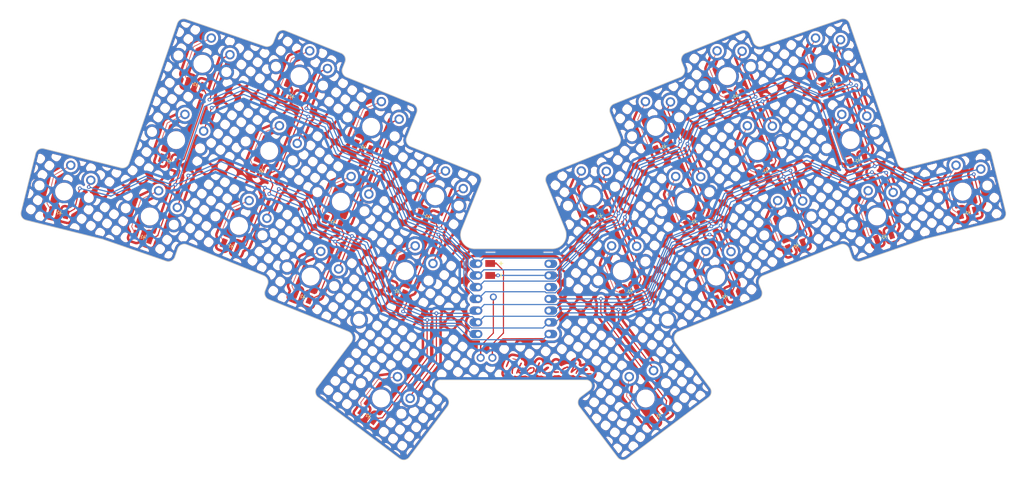
<source format=kicad_pcb>
(kicad_pcb (version 20240108) (generator "pcbnew") (generator_version "8.0")
  (title_block (title "'ahkohkohe") (rev "0.1") (company "grassfedreeve"))
  (layers (0 "F.Cu" signal) (31 "B.Cu" signal) (34 "B.Paste" user) (35 "F.Paste" user) (36 "B.SilkS" user "B.Silkscreen") (37 "F.SilkS" user "F.Silkscreen") (38 "B.Mask" user) (39 "F.Mask" user) (44 "Edge.Cuts" user))
  (net 0 "")
  (net 1 "P2")
  (net 2 "P6")
  (net 3 "P4")
  (net 4 "P3")
  (net 5 "P1")
  (net 6 "P5")
  (net 7 "P7")
  (net 8 "P0")
  (net 9 "P8")
  (net 10 "P10")
  (net 11 "P9")
  (net 12 "VUSB")
  (net 13 "GND")
  (net 14 "VCC")
  (footprint "trochilidae:ChocSimpleDiode" (layer "F.Cu") (at 211.673418 106.413295 22)
    (property "Reference" "SW22" (hide yes))
    (property "Value" "SW_Push" (hide yes))
  )
  (footprint "trochilidae:ChocSimpleDiode" (layer "F.Cu") (at 227.187377 95.426626 22)
    (property "Reference" "SW23" (hide yes))
    (property "Value" "SW_Push" (hide yes))
  )
  (footprint "MountingHole_2.2mm_M2" (layer "F.Cu") (at 140.933522 132.0067 -22)
    (property "Reference" "PAD1" (hide yes))
    (property "Value" "" (hide yes))
  )
  (footprint "trochilidae:ChocSimpleDiode" (layer "F.Cu") (at 220.63018 79.19832 22)
    (property "Reference" "SW27" (hide yes))
    (property "Value" "SW_Push" (hide yes))
  )
  (footprint "Kleeb MCU:xiao-tht" (layer "F.Cu") (at 174.32652 127.480658)
    (property "Reference" "U1" (hide yes))
    (property "Value" "xiao" (hide yes))
  )
  (footprint "trochilidae:ChocSimpleDiode" (layer "F.Cu") (at 271.585715 104.241587 14)
    (property "Reference" "SW20" (hide yes))
    (property "Value" "SW_Push" (hide yes))
  )
  (footprint "trochilidae:ChocSimpleDiode" (layer "F.Cu") (at 247.347638 93.066534 19)
    (property "Reference" "SW24" (hide yes))
    (property "Value" "SW_Push" (hide yes))
  )
  (footprint "MountingHole_2.2mm_M2" (layer "F.Cu") (at 140.933522 132.0067 -22)
    (property "Reference" "PAD1" (hide yes))
    (property "Value" "" (hide yes))
  )
  (footprint "trochilidae:HeaderJumperSimple" (layer "F.Cu") (at 168.51 140.237)
    (property "Reference" "D9" (hide yes))
    (property "Value" "Val**" (hide yes))
  )
  (footprint "trochilidae:ChocSimpleDiode" (layer "F.Cu") (at 114.913678 111.65239 -22)
    (property "Reference" "SW11" (hide yes))
    (property "Value" "SW_Push" (hide yes))
  )
  (footprint "trochilidae:ChocSimpleDiode" (layer "F.Cu") (at 130.427726 122.639039 -22)
    (property "Reference" "SW12" (hide yes))
    (property "Value" "SW_Push" (hide yes))
  )
  (footprint "trochilidae:ChocSimpleDiode" (layer "F.Cu") (at 143.538959 90.187557 -22)
    (property "Reference" "SW3" (hide yes))
    (property "Value" "SW_Push" (hide yes))
  )
  (footprint "trochilidae:ChocSimpleDiode" (layer "F.Cu") (at 241.665093 76.533044 19)
    (property "Reference" "SW28" (hide yes))
    (property "Value" "SW_Push" (hide yes))
  )
  (footprint "trochilidae:ChocSimpleDiode" (layer "F.Cu") (at 233.742967 111.652382 22)
    (property "Reference" "SW18" (hide yes))
    (property "Value" "SW_Push" (hide yes))
  )
  (footprint "trochilidae:ChocSimpleDiode" (layer "F.Cu") (at 253.051772 109.619335 19)
    (property "Reference" "SW19" (hide yes))
    (property "Value" "SW_Push" (hide yes))
  )
  (footprint "PG1350" (layer "F.Cu") (at 202.963481 149.056205 37)
    (property "Reference" "S26" (hide yes))
    (property "Value" "" (hide yes))
  )
  (footprint "trochilidae:ChocSimpleDiode" (layer "F.Cu") (at 101.302404 93.072716 -19)
    (property "Reference" "SW5" (hide yes))
    (property "Value" "SW_Push" (hide yes))
  )
  (footprint "trochilidae:ChocSimpleDiode 1.5u" (layer "F.Cu") (at 202.963481 149.056205 37)
    (property "Reference" "SW15" (hide yes))
    (property "Value" "SW_Push" (hide yes))
  )
  (footprint "" (layer "F.Cu") (at 169.985514 127.059596)
    (property "Reference" "")
    (property "Value" "")
  )
  (footprint "trochilidae:ChocSimpleDiode" (layer "F.Cu") (at 121.469342 95.42662 -22)
    (property "Reference" "SW6" (hide yes))
    (property "Value" "SW_Push" (hide yes))
  )
  (footprint "trochilidae:ChocSimpleDiode 1.5u" (layer "F.Cu") (at 145.69325 149.056205 -37)
    (property "Reference" "SW14" (hide yes))
    (property "Value" "SW_Push" (hide yes))
  )
  (footprint "trochilidae:ChocSimpleDiode" (layer "F.Cu") (at 106.999851 76.526145 -19)
    (property "Reference" "SW1" (hide yes))
    (property "Value" "SW_Push" (hide yes))
  )
  (footprint "MountingHole_2.2mm_M2" (layer "F.Cu") (at 207.723209 132.0067 -22)
    (property "Reference" "PAD1" (hide yes))
    (property "Value" "" (hide yes))
  )
  (footprint "LOGO" (layer "F.Cu") (at 181.854561 142.807308 -2)
    (property "Reference" "G***" (hide yes))
    (property "Value" "LOGO" (hide yes))
  )
  (footprint "trochilidae:ChocSimpleDiode" (layer "F.Cu") (at 197.798326 121.456374 22)
    (property "Reference" "SW21" (hide yes))
    (property "Value" "SW_Push" (hide yes))
  )
  (footprint "trochilidae:ChocSimpleDiode" (layer "F.Cu") (at 191.23926 105.228601 22)
    (property "Reference" "SW25" (hide yes))
    (property "Value" "SW_Push" (hide yes))
  )
  (footprint "trochilidae:ChocSimpleDiode" (layer "F.Cu") (at 77.071016 104.241587 -14)
    (property "Reference" "SW9" (hide yes))
    (property "Value" "SW_Push" (hide yes))
  )
  (footprint "trochilidae:ChocSimpleDiode" (layer "F.Cu") (at 128.02496 79.200923 -22)
    (property "Reference" "SW2" (hide yes))
    (property "Value" "SW_Push" (hide yes))
  )
  (footprint "trochilidae:ChocSimpleDiode" (layer "F.Cu") (at 218.229005 122.639014 22)
    (property "Reference" "SW17" (hide yes))
    (property "Value" "SW_Push" (hide yes))
  )
  (footprint "trochilidae:BatteryPadsReversible" (layer "F.Cu") (at 169.299938 121.10072 -90)
    (property "Reference" "BT1" (hide yes))
    (property "Value" "Battery_Cell" (hide yes))
  )
  (footprint "trochilidae:ChocSimpleDiode" (layer "F.Cu") (at 205.124201 90.191721 22)
    (property "Reference" "SW26" (hide yes))
    (property "Value" "SW_Push" (hide yes))
  )
  (footprint "trochilidae:ChocSimpleDiode" (layer "F.Cu") (at 95.604941 109.619313 -19)
    (property "Reference" "SW10" (hide yes))
    (property "Value" "SW_Push" (hide yes))
  )
  (footprint "trochilidae:ChocSimpleDiode" (layer "F.Cu") (at 157.414051 105.230681 -22)
    (property "Reference" "SW4" (hide yes))
    (property "Value" "SW_Push" (hide yes))
  )
  (footprint "trochilidae:ChocSimpleDiode" (layer "F.Cu") (at 136.983308 106.413302 -22)
    (property "Reference" "SW7" (hide yes))
    (property "Value" "SW_Push" (hide yes))
  )
  (footprint "PG1350" (layer "F.Cu") (at 145.69325 149.056205 -37)
    (property "Reference" "S25" (hide yes))
    (property "Value" "" (hide yes))
  )
  (footprint "trochilidae:ChocSimpleDiode" (layer "F.Cu") (at 150.858427 121.456403 -22)
    (property "Reference" "SW8" (hide yes))
    (property "Value" "SW_Push" (hide yes))
  )
  (gr_line (start 226.291159 71.852669) (end 225.614308 70.177406) (stroke (width 0.15)) (layer "Edge.Cuts"))
  (gr_arc (start 120.261522 122.441318) (mid 121.08037 123.245997) (end 121.090388 124.394004) (stroke (width 0.15)) (layer "Edge.Cuts"))
  (gr_line (start 182.762527 116.605685) (end 165.894206 116.605685) (stroke (width 0.15)) (layer "Edge.Cuts"))
  (gr_line (start 72.699469 94.906729) (end 89.333728 99.054115) (stroke (width 0.15)) (layer "Edge.Cuts"))
  (gr_arc (start 152.06624 94.441755) (mid 151.247392 93.637076) (end 151.237374 92.489069) (stroke (width 0.15)) (layer "Edge.Cuts"))
  (gr_arc (start 166.43759 100.248157) (mid 167.256438 101.052836) (end 167.266456 102.200843) (stroke (width 0.15)) (layer "Edge.Cuts"))
  (gr_line (start 198.970649 162.082105) (end 216.585353 148.808473) (stroke (width 0.15)) (layer "Edge.Cuts"))
  (gr_arc (start 121.40417 127.621568) (mid 120.585322 126.816889) (end 120.575304 125.668882) (stroke (width 0.15)) (layer "Edge.Cuts"))
  (gr_line (start 138.191146 79.398675) (end 152.562496 85.205077) (stroke (width 0.15)) (layer "Edge.Cuts"))
  (gr_line (start 103.458518 66.845852) (end 120.486444 72.709037) (stroke (width 0.15)) (layer "Edge.Cuts"))
  (gr_line (start 151.786758 161.786875) (end 160.058608 150.81149) (stroke (width 0.15)) (layer "Edge.Cuts"))
  (gr_arc (start 197.419357 92.489069) (mid 197.409339 93.637076) (end 196.590491 94.441755) (stroke (width 0.15)) (layer "Edge.Cuts"))
  (gr_line (start 123.042423 70.177406) (end 122.365573 71.852669) (stroke (width 0.15)) (layer "Edge.Cuts"))
  (gr_line (start 103.633648 115.723221) (end 120.261522 122.441318) (stroke (width 0.15)) (layer "Edge.Cuts"))
  (gr_arc (start 122.365573 71.85267) (mid 121.596836 72.655702) (end 120.486444 72.709037) (stroke (width 0.15)) (layer "Edge.Cuts"))
  (gr_arc (start 210.779366 76.17111) (mid 210.789385 75.023104) (end 211.608233 74.218425) (stroke (width 0.15)) (layer "Edge.Cuts"))
  (gr_arc (start 151.786758 161.786874) (mid 150.797565 162.369554) (end 149.686083 162.082105) (stroke (width 0.15)) (layer "Edge.Cuts"))
  (gr_arc (start 185.544079 112.481865) (mid 185.24964 115.283264) (end 182.762527 116.605685) (stroke (width 0.15)) (layer "Edge.Cuts"))
  (gr_arc (start 223.661622 69.34854) (mid 224.809629 69.358558) (end 225.614308 70.177406) (stroke (width 0.15)) (layer "Edge.Cuts"))
  (gr_arc (start 157.858393 147.262359) (mid 157.389759 145.960634) (end 158.430745 145.049341) (stroke (width 0.15)) (layer "Edge.Cuts"))
  (gr_line (start 151.237374 92.48907) (end 153.391362 87.157762) (stroke (width 0.15)) (layer "Edge.Cuts"))
  (gr_arc (start 227.566343 124.394004) (mid 227.576361 123.245997) (end 228.395209 122.441318) (stroke (width 0.15)) (layer "Edge.Cuts"))
  (gr_line (start 85.436264 114.578947) (end 99.146284 119.299685) (stroke (width 0.15)) (layer "Edge.Cuts"))
  (gr_arc (start 198.970649 162.082105) (mid 197.859167 162.369554) (end 196.869973 161.786875) (stroke (width 0.15)) (layer "Edge.Cuts"))
  (gr_arc (start 101.052914 118.369759) (mid 100.292193 119.229598) (end 99.146284 119.299685) (stroke (width 0.15)) (layer "Edge.Cuts"))
  (gr_arc (start 138.568544 134.556426) (mid 139.45208 135.546343) (end 139.204588 136.849923) (stroke (width 0.15)) (layer "Edge.Cuts"))
  (gr_arc (start 137.048499 74.218425) (mid 137.867347 75.023104) (end 137.877365 76.171111) (stroke (width 0.15)) (layer "Edge.Cuts"))
  (gr_arc (start 188.604383 150.816489) (mid 188.317 149.705) (end 188.899617 148.715778) (stroke (width 0.15)) (layer "Edge.Cuts"))
  (gr_line (start 228.395209 122.441318) (end 245.023083 115.723221) (stroke (width 0.15)) (layer "Edge.Cuts"))
  (gr_line (start 247.104843 67.775777) (end 257.541842 98.087024) (stroke (width 0.15)) (layer "Edge.Cuts"))
  (gr_arc (start 123.042423 70.177406) (mid 123.847102 69.358558) (end 124.995109 69.34854) (stroke (width 0.15)) (layer "Edge.Cuts"))
  (gr_arc (start 209.452144 136.849924) (mid 209.204651 135.546344) (end 210.088187 134.556425) (stroke (width 0.15)) (layer "Edge.Cuts"))
  (gr_arc (start 245.023083 115.723221) (mid 246.207033 115.749055) (end 247.003271 116.625645) (stroke (width 0.15)) (layer "Edge.Cuts"))
  (gr_line (start 190.231255 145.057341) (end 158.430745 145.049341) (stroke (width 0.15)) (layer "Edge.Cuts"))
  (gr_line (start 132.071378 148.808473) (end 149.686083 162.082105) (stroke (width 0.15)) (layer "Edge.Cuts"))
  (gr_arc (start 259.323003 99.054115) (mid 258.244382 98.916897) (end 257.541843 98.087024) (stroke (width 0.15)) (layer "Edge.Cuts"))
  (gr_arc (start 249.510447 119.299685) (mid 248.364538 119.229598) (end 247.603817 118.369759) (stroke (width 0.15)) (layer "Edge.Cuts"))
  (gr_line (start 228.081427 125.668882) (end 227.566343 124.394004) (stroke (width 0.15)) (layer "Edge.Cuts"))
  (gr_arc (start 181.390275 102.200843) (mid 181.400293 101.052836) (end 182.219141 100.248157) (stroke (width 0.15)) (layer "Edge.Cuts"))
  (gr_arc (start 159.763374 148.710779) (mid 160.346 149.7) (end 160.058608 150.81149) (stroke (width 0.15)) (layer "Edge.Cuts"))
  (gr_line (start 263.218323 114.572721) (end 279.828012 110.43146) (stroke (width 0.15)) (layer "Edge.Cuts"))
  (gr_line (start 228.170287 72.709037) (end 245.198213 66.845852) (stroke (width 0.15)) (layer "Edge.Cuts"))
  (gr_arc (start 70.881143 95.999289) (mid 71.564029 95.076421) (end 72.699469 94.906729) (stroke (width 0.15)) (layer "Edge.Cuts"))
  (gr_line (start 70.881143 95.99929) (end 67.736158 108.613134) (stroke (width 0.15)) (layer "Edge.Cuts"))
  (gr_arc (start 152.562495 85.205077) (mid 153.381343 86.009756) (end 153.391362 87.157762) (stroke (width 0.15)) (layer "Edge.Cuts"))
  (gr_line (start 247.003271 116.625645) (end 247.603817 118.369759) (stroke (width 0.15)) (layer "Edge.Cuts"))
  (gr_arc (start 101.65346 116.625645) (mid 102.449698 115.749055) (end 103.633648 115.723221) (stroke (width 0.15)) (layer "Edge.Cuts"))
  (gr_line (start 85.438408 114.572721) (end 85.436264 114.578947) (stroke (width 0.15)) (layer "Edge.Cuts"))
  (gr_line (start 101.052914 118.369759) (end 101.653461 116.625645) (stroke (width 0.15)) (layer "Edge.Cuts"))
  (gr_line (start 195.265369 87.157762) (end 197.419357 92.48907) (stroke (width 0.15)) (layer "Edge.Cuts"))
  (gr_line (start 121.40417 127.621568) (end 138.568544 134.556426) (stroke (width 0.15)) (layer "Edge.Cuts"))
  (gr_arc (start 165.894206 116.605685) (mid 163.407093 115.283264) (end 163.112653 112.481866) (stroke (width 0.15)) (layer "Edge.Cuts"))
  (gr_line (start 159.763374 148.710779) (end 157.856383 147.264824) (stroke (width 0.15)) (layer "Edge.Cuts"))
  (gr_line (start 209.452143 136.849923) (end 216.880584 146.707797) (stroke (width 0.15)) (layer "Edge.Cuts"))
  (gr_line (start 121.090388 124.394004) (end 120.575304 125.668882) (stroke (width 0.15)) (layer "Edge.Cuts"))
  (gr_arc (start 280.920573 108.613135) (mid 280.75088 109.748574) (end 279.828012 110.43146) (stroke (width 0.15)) (layer "Edge.Cuts"))
  (gr_line (start 68.828719 110.43146) (end 85.438408 114.572721) (stroke (width 0.15)) (layer "Edge.Cuts"))
  (gr_arc (start 195.265369 87.157763) (mid 195.275387 86.009756) (end 196.094235 85.205077) (stroke (width 0.15)) (layer "Edge.Cuts"))
  (gr_line (start 137.36228 77.445989) (end 137.877365 76.171111) (stroke (width 0.15)) (layer "Edge.Cuts"))
  (gr_line (start 131.776147 146.707797) (end 139.204588 136.849923) (stroke (width 0.15)) (layer "Edge.Cuts"))
  (gr_arc (start 216.880584 146.707798) (mid 217.168032 147.819279) (end 216.585353 148.808473) (stroke (width 0.15)) (layer "Edge.Cuts"))
  (gr_line (start 91.114889 98.087024) (end 101.551888 67.775777) (stroke (width 0.15)) (layer "Edge.Cuts"))
  (gr_arc (start 245.198212 66.845852) (mid 246.344121 66.915938) (end 247.104843 67.775777) (stroke (width 0.15)) (layer "Edge.Cuts"))
  (gr_line (start 188.899617 148.715778) (end 190.805617 147.272824) (stroke (width 0.15)) (layer "Edge.Cuts"))
  (gr_line (start 259.323003 99.054115) (end 275.957262 94.906729) (stroke (width 0.15)) (layer "Edge.Cuts"))
  (gr_line (start 249.510448 119.299685) (end 263.220467 114.578947) (stroke (width 0.15)) (layer "Edge.Cuts"))
  (gr_arc (start 138.191146 79.398674) (mid 137.372299 78.593995) (end 137.362281 77.445989) (stroke (width 0.15)) (layer "Edge.Cuts"))
  (gr_arc (start 275.957263 94.906729) (mid 277.092702 95.076422) (end 277.775588 95.99929) (stroke (width 0.15)) (layer "Edge.Cuts"))
  (gr_line (start 263.220467 114.578947) (end 263.218323 114.572721) (stroke (width 0.15)) (layer "Edge.Cuts"))
  (gr_arc (start 91.114888 98.087024) (mid 90.412349 98.916897) (end 89.333728 99.054115) (stroke (width 0.15)) (layer "Edge.Cuts"))
  (gr_line (start 182.219141 100.248157) (end 196.590491 94.441755) (stroke (width 0.15)) (layer "Edge.Cuts"))
  (gr_line (start 188.604383 150.816489) (end 196.869973 161.786875) (stroke (width 0.15)) (layer "Edge.Cuts"))
  (gr_line (start 137.048499 74.218425) (end 124.995109 69.34854) (stroke (width 0.15)) (layer "Edge.Cuts"))
  (gr_line (start 181.390275 102.200843) (end 185.544078 112.481866) (stroke (width 0.15)) (layer "Edge.Cuts"))
  (gr_arc (start 211.294451 77.445989) (mid 211.284433 78.593996) (end 210.465585 79.398675) (stroke (width 0.15)) (layer "Edge.Cuts"))
  (gr_arc (start 190.231255 145.057341) (mid 191.272239 145.968634) (end 190.803607 147.270359) (stroke (width 0.15)) (layer "Edge.Cuts"))
  (gr_line (start 210.779367 76.171111) (end 211.294451 77.445989) (stroke (width 0.15)) (layer "Edge.Cuts"))
  (gr_line (start 223.661623 69.34854) (end 211.608233 74.218425) (stroke (width 0.15)) (layer "Edge.Cuts"))
  (gr_arc (start 132.071377 148.808473) (mid 131.488698 147.819279) (end 131.776147 146.707797) (stroke (width 0.15)) (layer "Edge.Cuts"))
  (gr_line (start 152.06624 94.441755) (end 166.43759 100.248157) (stroke (width 0.15)) (layer "Edge.Cuts"))
  (gr_line (start 196.094235 85.205077) (end 210.465585 79.398675) (stroke (width 0.15)) (layer "Edge.Cuts"))
  (gr_arc (start 228.081428 125.668883) (mid 228.071409 126.816889) (end 227.252561 127.621568) (stroke (width 0.15)) (layer "Edge.Cuts"))
  (gr_line (start 163.112653 112.481866) (end 167.266456 102.200843) (stroke (width 0.15)) (layer "Edge.Cuts"))
  (gr_arc (start 101.551888 67.775778) (mid 102.312609 66.915939) (end 103.458518 66.845852) (stroke (width 0.15)) (layer "Edge.Cuts"))
  (gr_arc (start 228.170286 72.709036) (mid 227.059895 72.6557) (end 226.291159 71.852669) (stroke (width 0.15)) (layer "Edge.Cuts"))
  (gr_arc (start 68.828719 110.431461) (mid 67.905851 109.748574) (end 67.736158 108.613134) (stroke (width 0.15)) (layer "Edge.Cuts"))
  (gr_line (start 210.088187 134.556425) (end 227.252561 127.621568) (stroke (width 0.15)) (layer "Edge.Cuts"))
  (gr_line (start 280.920573 108.613134) (end 277.775588 95.99929) (stroke (width 0.15)) (layer "Edge.Cuts"))
  (segment (start 169.992773 127.070709) (end 169.992776 128.426058) (width 0.25) (layer "F.Cu") (net 0))
  (segment (start 169.992792 134.892883) (end 167.259955 137.625748) (width 0.25) (layer "F.Cu") (net 0))
  (segment (start 167.24 140.237) (end 167.24 137.645703) (width 0.25) (layer "F.Cu") (net 0))
  (segment (start 169.799934 137.260727) (end 169.789472 137.271188) (width 0.25) (layer "F.Cu") (net 0))
  (segment (start 170.641947 119.80071) (end 171.108708 120.267472) (width 0.25) (layer "F.Cu") (net 0))
  (segment (start 171.108708 120.267472) (end 170.641539 119.800328) (width 0.2) (layer "F.Cu") (net 0))
  (segment (start 167.259957 140.450724) (end 167.269969 140.440712) (width 0.25) (layer "F.Cu") (net 0))
  (segment (start 172.179945 134.880737) (end 172.085987 134.97468) (width 0.25) (layer "F.Cu") (net 0))
  (segment (start 167.259955 137.625748) (end 167.249477 137.636225) (width 0.25) (layer "F.Cu") (net 0))
  (segment (start 169.789472 137.271188) (end 169.789472 139.800484) (width 0.25) (layer "F.Cu") (net 0))
  (segment (start 169.78 137.28066) (end 169.789472 137.271188) (width 0.25) (layer "F.Cu") (net 0))
  (segment (start 172.085987 134.97468) (end 172.085982 134.97468) (width 0.25) (layer "F.Cu") (net 0))
  (segment (start 169.78 140.237) (end 169.78 137.28066) (width 0.25) (layer "F.Cu") (net 0))
  (segment (start 167.269969 140.440712) (end 167.269936 139.860743) (width 0.25) (layer "F.Cu") (net 0))
  (segment (start 169.299958 119.800718) (end 170.641947 119.80071) (width 0.25) (layer "F.Cu") (net 0))
  (segment (start 167.249477 137.636225) (end 167.24948 139.80049) (width 0.25) (layer "F.Cu") (net 0))
  (segment (start 169.992776 128.426058) (end 169.992776 128.134596) (width 0.25) (layer "F.Cu") (net 0))
  (segment (start 169.992776 128.426058) (end 169.992792 134.892883) (width 0.25) (layer "F.Cu") (net 0))
  (segment (start 172.085982 134.97468) (end 169.799934 137.260727) (width 0.25) (layer "F.Cu") (net 0))
  (segment (start 172.179946 134.880738) (end 172.179945 134.880737) (width 0.25) (layer "F.Cu") (net 0))
  (segment (start 169.799939 140.450744) (end 169.789479 140.440285) (width 0.2) (layer "F.Cu") (net 0))
  (segment (start 169.799936 140.450722) (end 169.799928 140.450733) (width 0.25) (layer "F.Cu") (net 0))
  (segment (start 172.17995 121.338717) (end 172.179946 134.880738) (width 0.25) (layer "F.Cu") (net 0))
  (segment (start 171.108708 120.267472) (end 171.108728 120.267486) (width 0.25) (layer "F.Cu") (net 0))
  (segment (start 171.108728 120.267486) (end 172.17995 121.338717) (width 0.25) (layer "F.Cu") (net 0))
  (segment (start 167.24 137.645703) (end 167.259955 137.625748) (width 0.25) (layer "F.Cu") (net 0))
  (segment (start 212.008277 93.871409) (end 211.996827 93.866541) (width 0.25) (layer "F.Cu") (net 1))
  (segment (start 82.38677 103.228852) (end 82.394417 103.241566) (width 0.25) (layer "F.Cu") (net 1))
  (segment (start 248.557879 81.206036) (end 248.550602 81.202464) (width 0.25) (layer "F.Cu") (net 1))
  (segment (start 214.885817 101.016974) (end 212.003426 93.882836) (width 0.25) (layer "F.Cu") (net 1))
  (segment (start 129.873417 87.973106) (end 129.907199 87.958749) (width 0.25) (layer "F.Cu") (net 1))
  (segment (start 250.838025 87.845682) (end 248.55433 81.213318) (width 0.25) (layer "F.Cu") (net 1))
  (segment (start 158.798539 115.151294) (end 158.120102 113.553012) (width 0.25) (layer "F.Cu") (net 1))
  (segment (start 82.394417 103.241566) (end 82.381702 103.249207) (width 0.25) (layer "F.Cu") (net 1))
  (segment (start 248.55433 81.213318) (end 248.557879 81.206036) (width 0.25) (layer "F.Cu") (net 1))
  (segment (start 129.907199 87.958749) (end 129.892854 87.924982) (width 0.25) (layer "F.Cu") (net 1))
  (segment (start 127.528766 93.776346) (end 129.873417 87.973106) (width 0.25) (layer "F.Cu") (net 1))
  (segment (start 82.779344 101.654355) (end 82.38677 103.228852) (width 0.25) (layer "F.Cu") (net 1))
  (segment (start 156.917861 119.80613) (end 158.798539 115.151294) (width 0.25) (layer "F.Cu") (net 1))
  (segment (start 212.003426 93.882836) (end 212.008277 93.871409) (width 0.25) (layer "F.Cu") (net 1))
  (via (at 129.907199 87.958749) (size 0.8) (drill 0.4) (layers "F.Cu" "B.Cu") (net 1))
  (via (at 82.394417 103.241566) (size 0.8) (drill 0.4) (layers "F.Cu" "B.Cu") (net 1))
  (via (at 248.557879 81.206036) (size 0.8) (drill 0.4) (layers "F.Cu" "B.Cu") (net 1))
  (via (at 158.120102 113.553012) (size 0.8) (drill 0.4) (layers "F.Cu" "B.Cu") (net 1))
  (via (at 212.008277 93.871409) (size 0.8) (drill 0.4) (layers "F.Cu" "B.Cu") (net 1))
  (segment (start 89.68944 103.365377) (end 94.854433 100.846229) (width 0.25) (layer "B.Cu") (net 1))
  (segment (start 166.706514 124.940683) (end 166.376476 124.940686) (width 0.25) (layer "B.Cu") (net 1))
  (segment (start 102.094638 101.27842) (end 99.617878 102.486411) (width 0.25) (layer "B.Cu") (net 1))
  (segment (start 158.979311 113.792953) (end 164.070547 118.884196) (width 0.25) (layer "B.Cu") (net 1))
  (segment (start 166.706515 124.940706) (end 168.021563 123.625664) (width 0.25) (layer "B.Cu") (net 1))
  (segment (start 195.865585 111.346597) (end 197.056866 110.865293) (width 0.25) (layer "B.Cu") (net 1))
  (segment (start 184.121508 122.908107) (end 184.121533 121.337899) (width 0.25) (layer "B.Cu") (net 1))
  (segment (start 89.675458 103.37373) (end 89.68944 103.365377) (width 0.25) (layer "B.Cu") (net 1))
  (segment (start 103.734848 96.514941) (end 102.094638 101.27842) (width 0.25) (layer "B.Cu") (net 1))
  (segment (start 240.779733 83.681425) (end 241.039875 83.808309) (width 0.25) (layer "B.Cu") (net 1))
  (segment (start 234.910986 81.190305) (end 240.779733 83.681425) (width 0.25) (layer "B.Cu") (net 1))
  (segment (start 99.617878 102.486411) (end 94.854433 100.846229) (width 0.25) (layer "B.Cu") (net 1))
  (segment (start 89.68944 103.365377) (end 87.41828 104.473105) (width 0.25) (layer "B.Cu") (net 1))
  (segment (start 164.070547 118.884196) (end 164.070573 122.447119) (width 0.25) (layer "B.Cu") (net 1))
  (segment (start 115.767192 82.24582) (end 115.795461 82.257251) (width 0.25) (layer "B.Cu") (net 1))
  (segment (start 136.455226 95.349883) (end 145.717784 99.092232) (width 0.25) (layer "B.Cu") (net 1))
  (segment (start 166.564105 124.940672) (end 166.706518 124.940679) (width 0.25) (layer "B.Cu") (net 1))
  (segment (start 82.394417 103.241566) (end 87.393501 104.487981) (width 0.25) (layer "B.Cu") (net 1))
  (segment (start 213.74595 89.741509) (end 234.910986 81.190305) (width 0.25) (layer "B.Cu") (net 1))
  (segment (start 103.734848 96.514941) (end 107.32759 86.080788) (width 0.25) (layer "B.Cu") (net 1))
  (segment (start 202.088423 99.011748) (end 211.409541 95.245758) (width 0.25) (layer "B.Cu") (net 1))
  (segment (start 183.403949 123.625679) (end 184.121508 122.908107) (width 0.25) (layer "B.Cu") (net 1))
  (segment (start 184.121533 121.337899) (end 192.924582 112.534847) (width 0.25) (layer "B.Cu") (net 1))
  (segment (start 166.706511 124.940694) (end 166.564141 124.940692) (width 0.25) (layer "B.Cu") (net 1))
  (segment (start 145.717784 99.092232) (end 146.599903 99.44864) (width 0.25) (layer "B.Cu") (net 1))
  (segment (start 211.409541 95.245758) (end 213.74595 89.741509) (width 0.25) (layer "B.Cu") (net 1))
  (segment (start 166.564105 124.940675) (end 166.706525 124.94067) (width 0.25) (layer "B.Cu") (net 1))
  (segment (start 195.865585 111.346597) (end 192.924582 112.534847) (width 0.25) (layer "B.Cu") (net 1))
  (segment (start 87.393501 104.487981) (end 87.41828 104.473105) (width 0.25) (layer "B.Cu") (net 1))
  (segment (start 195.559235 111.470382) (end 195.865585 111.346597) (width 0.25) (layer "B.Cu") (net 1))
  (segment (start 248.557879 81.206036) (end 248.549895 81.222394) (width 0.25) (layer "B.Cu") (net 1))
  (segment (start 107.429496 85.784982) (end 115.767192 82.24582) (width 0.25) (layer "B.Cu") (net 1))
  (segment (start 164.070573 122.447119) (end 166.564105 124.940672) (width 0.25) (layer "B.Cu") (net 1))
  (segment (start 107.32759 86.080788) (end 107.429496 85.784982) (width 0.25) (layer "B.Cu") (net 1))
  (segment (start 134.023873 89.621991) (end 136.455226 95.349883) (width 0.25) (layer "B.Cu") (net 1))
  (segment (start 115.795461 82.257251) (end 134.023873 89.621991) (width 0.25) (layer "B.Cu") (net 1))
  (segment (start 168.021563 123.625664) (end 183.403949 123.625679) (width 0.25) (layer "B.Cu") (net 1))
  (segment (start 248.549895 81.222394) (end 241.039875 83.808309) (width 0.25) (layer "B.Cu") (net 1))
  (segment (start 151.386586 110.725293) (end 158.979311 113.792953) (width 0.25) (layer "B.Cu") (net 1))
  (segment (start 197.056866 110.865293) (end 202.088423 99.011748) (width 0.25) (layer "B.Cu") (net 1))
  (segment (start 146.599903 99.44864) (end 151.386586 110.725293) (width 0.25) (layer "B.Cu") (net 1))
  (segment (start 79.340104 107.969296) (end 80.449128 103.527837) (width 0.25) (layer "F.Cu") (net 2))
  (segment (start 120.766463 105.189655) (end 120.267029 104.01311) (width 0.25) (layer "F.Cu") (net 2))
  (segment (start 107.029819 81.507315) (end 107.861626 83.212848) (width 0.25) (layer "F.Cu") (net 2))
  (segment (start 116.447627 115.879155) (end 120.766463 105.189655) (width 0.25) (layer "F.Cu") (net 2))
  (segment (start 102.157285 99.745229) (end 97.326278 113.775502) (width 0.25) (layer "F.Cu") (net 2))
  (segment (start 120.541205 103.383281) (end 120.531108 103.359515) (width 0.25) (layer "F.Cu") (net 2))
  (segment (start 107.861626 83.212848) (end 103.037921 97.221999) (width 0.25) (layer "F.Cu") (net 2))
  (segment (start 103.037921 97.221999) (end 101.332341 98.053863) (width 0.25) (layer "F.Cu") (net 2))
  (segment (start 120.517435 103.393375) (end 120.541205 103.383281) (width 0.25) (layer "F.Cu") (net 2))
  (segment (start 120.267029 104.01311) (end 120.517435 103.393375) (width 0.25) (layer "F.Cu") (net 2))
  (segment (start 97.326278 113.775502) (end 95.63488 114.600442) (width 0.25) (layer "F.Cu") (net 2))
  (segment (start 114.682914 116.628221) (end 116.447627 115.879155) (width 0.25) (layer "F.Cu") (net 2))
  (segment (start 77.472523 109.091466) (end 79.340104 107.969296) (width 0.25) (layer "F.Cu") (net 2))
  (segment (start 101.332341 98.053863) (end 102.157285 99.745229) (width 0.25) (layer "F.Cu") (net 2))
  (via (at 80.449128 103.527837) (size 0.8) (drill 0.4) (layers "F.Cu" "B.Cu") (net 2))
  (via (at 120.541205 103.383281) (size 0.8) (drill 0.4) (layers "F.Cu" "B.Cu") (net 2))
  (via (at 101.150983 102.726136) (size 0.8) (drill 0.4) (layers "F.Cu" "B.Cu") (net 2))
  (segment (start 141.322681 116.302912) (end 131.028125 112.143647) (width 0.25) (layer "B.Cu") (net 2))
  (segment (start 87.832296 104.89999) (end 87.188759 105.213847) (width 0.25) (layer "B.Cu") (net 2))
  (segment (start 87.053495 105.167286) (end 87.17969 105.198741) (width 0.25) (layer "B.Cu") (net 2))
  (segment (start 146.967502 129.6013) (end 141.322681 116.302912) (width 0.25) (layer "B.Cu") (net 2))
  (segment (start 87.053495 105.167286) (end 80.361557 103.498785) (width 0.25) (layer "B.Cu") (net 2))
  (segment (start 163.009721 132.779334) (end 154.857017 132.779349) (width 0.25) (layer "B.Cu") (net 2))
  (segment (start 153.851964 132.382817) (end 146.967502 129.6013) (width 0.25) (layer "B.Cu") (net 2))
  (segment (start 101.150983 102.726136) (end 100.091714 103.170276) (width 0.25) (layer "B.Cu") (net 2))
  (segment (start 166.706516 135.100656) (end 165.331049 135.100649) (width 0.25) (layer "B.Cu") (net 2))
  (segment (start 153.851964 132.382817) (end 154.845525 132.784215) (width 0.25) (layer "B.Cu") (net 2))
  (segment (start 87.17969 105.198741) (end 87.188759 105.213847) (width 0.25) (layer "B.Cu") (net 2))
  (segment (start 109.836945 99.033665) (end 101.150983 102.726136) (width 0.25) (layer "B.Cu") (net 2))
  (segment (start 100.091714 103.170276) (end 100.021605 103.204467) (width 0.25) (layer "B.Cu") (net 2))
  (segment (start 128.697902 106.654012) (end 109.836945 99.033665) (width 0.25) (layer "B.Cu") (net 2))
  (segment (start 100.021605 103.204467) (end 94.914303 101.445882) (width 0.25) (layer "B.Cu") (net 2))
  (segment (start 94.914303 101.445882) (end 87.832296 104.89999) (width 0.25) (layer "B.Cu") (net 2))
  (segment (start 154.845525 132.784215) (end 154.857017 132.779349) (width 0.25) (layer "B.Cu") (net 2))
  (segment (start 165.331049 135.100649) (end 163.009721 132.779334) (width 0.25) (layer "B.Cu") (net 2))
  (segment (start 131.028125 112.143647) (end 128.697902 106.654012) (width 0.25) (layer "B.Cu") (net 2))
  (segment (start 101.569693 107.654122) (end 103.948494 100.745647) (width 0.25) (layer "F.Cu") (net 3))
  (segment (start 157.656802 141.040514) (end 157.657988 141.041721) (width 0.25) (layer "F.Cu") (net 3))
  (segment (start 103.948494 100.745647) (end 103.949284 100.745221) (width 0.25) (layer "F.Cu") (net 3))
  (segment (start 157.65681 130.600067) (end 157.656802 141.040514) (width 0.25) (layer "F.Cu") (net 3))
  (segment (start 234.302195 99.651699) (end 234.294428 99.669981) (width 0.25) (layer "F.Cu") (net 3))
  (segment (start 234.294428 99.669981) (end 236.955368 106.256054) (width 0.25) (layer "F.Cu") (net 3))
  (segment (start 103.949284 100.745221) (end 103.948903 100.7444) (width 0.25) (layer "F.Cu") (net 3))
  (segment (start 157.657988 141.041721) (end 151.860608 148.735105) (width 0.25) (layer "F.Cu") (net 3))
  (segment (start 136.487148 120.988759) (end 139.3637 113.86893) (width 0.25) (layer "F.Cu") (net 3))
  (segment (start 234.302195 99.651699) (end 234.312093 99.676176) (width 0.25) (layer "F.Cu") (net 3))
  (segment (start 234.312093 99.676176) (end 234.304322 99.694464) (width 0.25) (layer "F.Cu") (net 3))
  (segment (start 139.370825 113.86595) (end 139.367771 113.858826) (width 0.25) (layer "F.Cu") (net 3))
  (segment (start 139.3637 113.86893) (end 139.370825 113.86595) (width 0.25) (layer "F.Cu") (net 3))
  (via (at 157.65681 130.600067) (size 0.8) (drill 0.4) (layers "F.Cu" "B.Cu") (net 3))
  (via (at 139.370825 113.86595) (size 0.8) (drill 0.4) (layers "F.Cu" "B.Cu") (net 3))
  (via (at 234.302195 99.651699) (size 0.8) (drill 0.4) (layers "F.Cu" "B.Cu") (net 3))
  (via (at 103.949284 100.745221) (size 0.8) (drill 0.4) (layers "F.Cu" "B.Cu") (net 3))
  (segment (start 183.987492 128.479107) (end 184.138534 128.328019) (width 0.25) (layer "B.Cu") (net 3))
  (segment (start 208.382113 114.486741) (end 218.1542 110.538601) (width 0.25) (layer "B.Cu") (net 3))
  (segment (start 108.979843 98.609886) (end 108.982843 98.611101) (width 0.25) (layer "B.Cu") (net 3))
  (segment (start 157.65681 130.600067) (end 155.315062 130.600075) (width 0.25) (layer "B.Cu") (net 3))
  (segment (start 142.651556 115.213036) (end 147.499528 126.634178) (width 0.25) (layer "B.Cu") (net 3))
  (segment (start 130.133773 105.442299) (end 132.548546 111.131122) (width 0.25) (layer "B.Cu") (net 3))
  (segment (start 166.175661 130.551553) (end 166.706527 130.02067) (width 0.25) (layer "B.Cu") (net 3))
  (segment (start 218.1542 110.538601) (end 220.464202 105.096494) (width 0.25) (layer "B.Cu") (net 3))
  (segment (start 203.279898 126.506856) (end 208.382113 114.486741) (width 0.25) (layer "B.Cu") (net 3))
  (segment (start 198.93613 128.261873) (end 184.204722 128.261845) (width 0.25) (layer "B.Cu") (net 3))
  (segment (start 199.453396 128.052871) (end 203.279898 126.506856) (width 0.25) (layer "B.Cu") (net 3))
  (segment (start 166.127119 130.600062) (end 157.65681 130.600067) (width 0.25) (layer "B.Cu") (net 3))
  (segment (start 198.93613 128.261873) (end 198.934965 128.264617) (width 0.25) (layer "B.Cu") (net 3))
  (segment (start 183.760889 128.705669) (end 183.987492 128.479107) (width 0.25) (layer "B.Cu") (net 3))
  (segment (start 103.949284 100.745221) (end 108.979843 98.609886) (width 0.25) (layer "B.Cu") (net 3))
  (segment (start 157.65681 130.600067) (end 157.705344 130.551553) (width 0.25) (layer "B.Cu") (net 3))
  (segment (start 184.204722 128.261845) (end 183.987492 128.479107) (width 0.25) (layer "B.Cu") (net 3))
  (segment (start 108.982843 98.611101) (end 111.052005 97.732777) (width 0.25) (layer "B.Cu") (net 3))
  (segment (start 166.706545 130.020672) (end 168.021512 128.705681) (width 0.25) (layer "B.Cu") (net 3))
  (segment (start 199.453396 128.052871) (end 198.93613 128.261873) (width 0.25) (layer "B.Cu") (net 3))
  (segment (start 155.315062 130.600075) (end 147.913622 127.609691) (width 0.25) (layer "B.Cu") (net 3))
  (segment (start 147.913622 127.609691) (end 147.499528 126.634178) (width 0.25) (layer "B.Cu") (net 3))
  (segment (start 111.052005 97.732777) (end 130.133773 105.442299) (width 0.25) (layer "B.Cu") (net 3))
  (segment (start 132.548546 111.131122) (end 142.651556 115.213036) (width 0.25) (layer "B.Cu") (net 3))
  (segment (start 199.28397 128.121355) (end 199.453396 128.052871) (width 0.25) (layer "B.Cu") (net 3))
  (segment (start 166.706537 130.02064) (end 166.127119 130.600062) (width 0.25) (layer "B.Cu") (net 3))
  (segment (start 168.021512 128.705681) (end 183.760889 128.705669) (width 0.25) (layer "B.Cu") (net 3))
  (segment (start 220.464202 105.096494) (end 234.427617 99.454911) (width 0.25) (layer "B.Cu") (net 3))
  (segment (start 145.075557 99.731594) (end 145.075849 99.731485) (width 0.25) (layer "F.Cu") (net 4))
  (segment (start 109.001332 86.071084) (end 109.020934 86.061538) (width 0.25) (layer "F.Cu") (net 4))
  (segment (start 109.020934 86.061538) (end 109.011386 86.041944) (width 0.25) (layer "F.Cu") (net 4))
  (segment (start 198.477097 109.789057) (end 201.010729 116.060048) (width 0.25) (layer "F.Cu") (net 4))
  (segment (start 107.267179 91.107565) (end 109.001332 86.071084) (width 0.25) (layer "F.Cu") (net 4))
  (segment (start 145.075849 99.731485) (end 145.075744 99.731221) (width 0.25) (layer "F.Cu") (net 4))
  (segment (start 143.042771 104.762998) (end 145.075557 99.731594) (width 0.25) (layer "F.Cu") (net 4))
  (segment (start 230.399769 90.030297) (end 228.239301 84.683017) (width 0.25) (layer "F.Cu") (net 4))
  (segment (start 228.239301 84.683017) (end 228.24551 84.668388) (width 0.25) (layer "F.Cu") (net 4))
  (via (at 145.075849 99.731485) (size 0.8) (drill 0.4) (layers "F.Cu" "B.Cu") (net 4))
  (via (at 198.477097 109.789057) (size 0.8) (drill 0.4) (layers "F.Cu" "B.Cu") (net 4))
  (via (at 228.24551 84.668388) (size 0.8) (drill 0.4) (layers "F.Cu" "B.Cu") (net 4))
  (via (at 109.020934 86.061538) (size 0.8) (drill 0.4) (layers "F.Cu" "B.Cu") (net 4))
  (segment (start 133.52303 90.267931) (end 133.626584 90.511895) (width 0.25) (layer "B.Cu") (net 4))
  (segment (start 141.55809 98.320986) (end 146.028241 100.127059) (width 0.25) (layer "B.Cu") (net 4))
  (segment (start 240.812127 84.84359) (end 240.697501 84.510687) (width 0.25) (layer "B.Cu") (net 4))
  (segment (start 168.021513 126.165685) (end 168.256489 125.930742) (width 0.25) (layer "B.Cu") (net 4))
  (segment (start 228.239996 84.681404) (end 228.24551 84.668388) (width 0.25) (layer "B.Cu") (net 4))
  (segment (start 211.969985 95.81714) (end 214.30737 90.310563) (width 0.25) (layer "B.Cu") (net 4))
  (segment (start 198.483494 109.786483) (end 200.099351 105.979688) (width 0.25) (layer "B.Cu") (net 4))
  (segment (start 163.620557 122.270814) (end 163.620549 124.537139) (width 0.25) (layer "B.Cu") (net 4))
  (segment (start 183.403895 126.165688) (end 184.603162 124.96643) (width 0.25) (layer "B.Cu") (net 4))
  (segment (start 166.706552 127.480655) (end 166.564081 127.48066) (width 0.25) (layer "B.Cu") (net 4))
  (segment (start 197.918776 111.104326) (end 198.096249 110.686228) (width 0.25) (layer "B.Cu") (net 4))
  (segment (start 181.4391 126.165707) (end 183.403895 126.165688) (width 0.25) (layer "B.Cu") (net 4))
  (segment (start 193.007025 113.088803) (end 184.60316 121.492652) (width 0.25) (layer "B.Cu") (net 4))
  (segment (start 181.204148 125.930744) (end 181.4391 126.165707) (width 0.25) (layer "B.Cu") (net 4))
  (segment (start 115.892556 83.144726) (end 133.52303 90.267931) (width 0.25) (layer "B.Cu") (net 4))
  (segment (start 198.477097 109.789057) (end 198.483494 109.786483) (width 0.25) (layer "B.Cu") (net 4))
  (segment (start 166.56407 127.480652) (end 166.706521 127.480653) (width 0.25) (layer "B.Cu") (net 4))
  (segment (start 247.121355 99.605522) (end 253.125393 97.538174) (width 0.25) (layer "B.Cu") (net 4))
  (segment (start 202.84354 99.504473) (end 211.969985 95.81714) (width 0.25) (layer "B.Cu") (net 4))
  (segment (start 240.654795 84.404977) (end 240.697501 84.510687) (width 0.25) (layer "B.Cu") (net 4))
  (segment (start 198.477097 109.789057) (end 198.096249 110.686228) (width 0.25) (layer "B.Cu") (net 4))
  (segment (start 263.079962 102.383574) (end 275.725921 99.230575) (width 0.25) (layer "B.Cu") (net 4))
  (segment (start 234.934276 81.976759) (end 240.654795 84.404977) (width 0.25) (layer "B.Cu") (net 4))
  (segment (start 146.028241 100.127059) (end 150.804512 111.379251) (width 0.25) (layer "B.Cu") (net 4))
  (segment (start 135.985683 96.06961) (end 141.55809 98.320986) (width 0.25) (layer "B.Cu") (net 4))
  (segment (start 214.30737 90.310563) (end 228.239996 84.681404) (width 0.25) (layer "B.Cu") (net 4))
  (segment (start 150.804512 111.379251) (end 158.910476 114.654268) (width 0.25) (layer "B.Cu") (net 4))
  (segment (start 109.020934 86.061538) (end 115.892556 83.144726) (width 0.25) (layer "B.Cu") (net 4))
  (segment (start 158.910476 114.654268) (end 163.620563 119.364361) (width 0.25) (layer "B.Cu") (net 4))
  (segment (start 184.603162 124.96643) (end 184.60316 121.492652) (width 0.25) (layer "B.Cu") (net 4))
  (segment (start 253.125393 97.538174) (end 263.075469 102.391119) (width 0.25) (layer "B.Cu") (net 4))
  (segment (start 200.099351 105.979688) (end 200.097204 105.974358) (width 0.25) (layer "B.Cu") (net 4))
  (segment (start 163.620563 119.364361) (end 163.620557 122.270814) (width 0.25) (layer "B.Cu") (net 4))
  (segment (start 193.007025 113.088803) (end 197.918776 111.104326) (width 0.25) (layer "B.Cu") (net 4))
  (segment (start 263.075469 102.391119) (end 263.079962 102.383574) (width 0.25) (layer "B.Cu") (net 4))
  (segment (start 228.258525 84.673936) (end 234.934276 81.976759) (width 0.25) (layer "B.Cu") (net 4))
  (segment (start 133.626584 90.511895) (end 135.985683 96.06961) (width 0.25) (layer "B.Cu") (net 4))
  (segment (start 240.812127 84.84359) (end 245.647554 98.886713) (width 0.25) (layer "B.Cu") (net 4))
  (segment (start 168.256489 125.930742) (end 181.204148 125.930744) (width 0.25) (layer "B.Cu") (net 4))
  (segment (start 245.647554 98.886713) (end 247.121355 99.605522) (width 0.25) (layer "B.Cu") (net 4))
  (segment (start 168.021513 126.165685) (end 166.706568 127.480654) (width 0.25) (layer "B.Cu") (net 4))
  (segment (start 163.620549 124.537139) (end 166.56407 127.480652) (width 0.25) (layer "B.Cu") (net 4))
  (segment (start 200.097204 105.974358) (end 202.84354 99.504473) (width 0.25) (layer "B.Cu") (net 4))
  (segment (start 228.24551 84.668388) (end 228.258525 84.673936) (width 0.25) (layer "B.Cu") (net 4))
  (segment (start 148.275743 89.098712) (end 144.759509 97.801672) (width 0.25) (layer "F.Cu") (net 5))
  (segment (start 112.964626 74.561025) (end 111.673157 75.190897) (width 0.25) (layer "F.Cu") (net 5))
  (segment (start 223.281175 75.124595) (end 226.755834 83.724762) (width 0.25) (layer "F.Cu") (net 5))
  (segment (start 108.537995 84.296006) (end 108.533629 84.298125) (width 0.25) (layer "F.Cu") (net 5))
  (segment (start 108.533629 84.298125) (end 108.535746 84.302543) (width 0.25) (layer "F.Cu") (net 5))
  (segment (start 197.083614 108.946799) (end 197.060452 109.001399) (width 0.25) (layer "F.Cu") (net 5))
  (segment (start 197.029028 108.923617) (end 197.083614 108.946799) (width 0.25) (layer "F.Cu") (net 5))
  (segment (start 144.759509 97.801672) (end 144.760308 97.803575) (width 0.25) (layer "F.Cu") (net 5))
  (segment (start 193.890266 101.1549) (end 197.029028 108.923617) (width 0.25) (layer "F.Cu") (net 5))
  (segment (start 223.842577 73.801974) (end 223.281175 75.124595) (width 0.25) (layer "F.Cu") (net 5))
  (segment (start 111.673157 75.190897) (end 108.537995 84.296006) (width 0.25) (layer "F.Cu") (net 5))
  (segment (start 149.598355 88.537278) (end 148.275743 89.098712) (width 0.25) (layer "F.Cu") (net 5))
  (segment (start 194.451668 99.832303) (end 193.890266 101.1549) (width 0.25) (layer "F.Cu") (net 5))
  (segment (start 144.760308 97.803575) (end 144.758402 97.804362) (width 0.25) (layer "F.Cu") (net 5))
  (via (at 226.757682 83.702504) (size 0.8) (drill 0.4) (layers "F.Cu" "B.Cu") (net 5))
  (via (at 108.533629 84.298125) (size 0.8) (drill 0.4) (layers "F.Cu" "B.Cu") (net 5))
  (via (at 197.083614 108.946799) (size 0.8) (drill 0.4) (layers "F.Cu" "B.Cu") (net 5))
  (via (at 144.760308 97.803575) (size 0.8) (drill 0.4) (layers "F.Cu" "B.Cu") (net 5))
  (segment (start 183.383259 121.175671) (end 192.6209 111.938061) (width 0.25) (layer "B.Cu") (net 5))
  (segment (start 115.517801 81.333522) (end 115.521859 81.323581) (width 0.25) (layer "B.Cu") (net 5))
  (segment (start 192.6209 111.938061) (end 196.484145 110.377178) (width 0.25) (layer "B.Cu") (net 5))
  (segment (start 159.140735 113.183433) (end 164.531537 118.574224) (width 0.25) (layer "B.Cu") (net 5))
  (segment (start 164.531534 120.368055) (end 166.564137 122.400661) (width 0.25) (layer "B.Cu") (net 5))
  (segment (start 210.592927 94.881965) (end 212.980074 89.258224) (width 0.25) (layer "B.Cu") (net 5))
  (segment (start 166.706548 122.400632) (end 167.931515 121.175679) (width 0.25) (layer "B.Cu") (net 5))
  (segment (start 146.89623 98.677298) (end 151.793713 110.215036) (width 0.25) (layer "B.Cu") (net 5))
  (segment (start 212.980074 89.258224) (end 226.744711 83.696953) (width 0.25) (layer "B.Cu") (net 5))
  (segment (start 151.793713 110.215036) (end 159.140735 113.183433) (width 0.25) (layer "B.Cu") (net 5))
  (segment (start 164.531537 118.574224) (end 164.531534 120.368055) (width 0.25) (layer "B.Cu") (net 5))
  (segment (start 166.564137 122.400661) (end 166.706497 122.400653) (width 0.25) (layer "B.Cu") (net 5))
  (segment (start 137.135101 94.733558) (end 146.518218 98.524586) (width 0.25) (layer "B.Cu") (net 5))
  (segment (start 146.518218 98.524586) (end 146.89623 98.677298) (width 0.25) (layer "B.Cu") (net 5))
  (segment (start 167.931515 121.175679) (end 183.383259 121.175671) (width 0.25) (layer "B.Cu") (net 5))
  (segment (start 108.533629 84.298125) (end 115.517801 81.333522) (width 0.25) (layer "B.Cu") (net 5))
  (segment (start 134.738539 89.087638) (end 137.135101 94.733558) (width 0.25) (layer "B.Cu") (net 5))
  (segment (start 201.502424 98.554763) (end 210.592927 94.881965) (width 0.25) (layer "B.Cu") (net 5))
  (segment (start 166.706522 122.400657) (end 166.564152 122.40066) (width 0.25) (layer "B.Cu") (net 5))
  (segment (start 196.484145 110.377178) (end 201.502424 98.554763) (width 0.25) (layer "B.Cu") (net 5))
  (segment (start 115.521859 81.323581) (end 134.738539 89.087638) (width 0.25) (layer "B.Cu") (net 5))
  (segment (start 226.744711 83.696953) (end 226.757682 83.702504) (width 0.25) (layer "B.Cu") (net 5))
  (segment (start 226.757682 83.702504) (end 226.763215 83.689472) (width 0.25) (layer "B.Cu") (net 5))
  (segment (start 219.141752 111.550866) (end 219.199033 111.575184) (width 0.25) (layer "F.Cu") (net 6))
  (segment (start 197.064725 129.763086) (end 197.068655 129.735098) (width 0.25) (layer "F.Cu") (net 6))
  (segment (start 219.199033 111.575184) (end 219.17474 111.63244) (width 0.25) (layer "F.Cu") (net 6))
  (segment (start 219.17474 111.63244) (end 221.441401 117.242674) (width 0.25) (layer "F.Cu") (net 6))
  (segment (start 255.081635 100.156789) (end 255.050604 100.141616) (width 0.25) (layer "F.Cu") (net 6))
  (segment (start 255.050604 100.141616) (end 255.065749 100.110572) (width 0.25) (layer "F.Cu") (net 6))
  (segment (start 197.076777 129.779074) (end 197.064725 129.763086) (width 0.25) (layer "F.Cu") (net 6))
  (segment (start 197.076777 129.779074) (end 197.076766 132.495309) (width 0.25) (layer "F.Cu") (net 6))
  (segment (start 197.076766 132.495309) (end 197.109547 132.528066) (width 0.25) (layer "F.Cu") (net 6))
  (segment (start 204.782457 142.710385) (end 197.109547 132.528066) (width 0.25) (layer "F.Cu") (net 6))
  (segment (start 256.542221 104.398515) (end 255.081635 100.156789) (width 0.25) (layer "F.Cu") (net 6))
  (segment (start 123.539223 103.667015) (end 123.535857 103.659108) (width 0.25) (layer "F.Cu") (net 6))
  (segment (start 219.106953 111.464621) (end 219.141752 111.550866) (width 0.25) (layer "F.Cu") (net 6))
  (segment (start 123.531278 103.670388) (end 123.539223 103.667015) (width 0.25) (layer "F.Cu") (net 6))
  (segment (start 120.973111 110.002107) (end 123.531278 103.670388) (width 0.25) (layer "F.Cu") (net 6))
  (via (at 219.199033 111.575184) (size 0.8) (drill 0.4) (layers "F.Cu" "B.Cu") (net 6))
  (via (at 123.539223 103.667015) (size 0.8) (drill 0.4) (layers "F.Cu" "B.Cu") (net 6))
  (via (at 197.076777 129.779074) (size 0.8) (drill 0.4) (layers "F.Cu" "B.Cu") (net 6))
  (via (at 255.050604 100.141616) (size 0.8) (drill 0.4) (layers "F.Cu" "B.Cu") (net 6))
  (segment (start 184.94848 129.701145) (end 199.103366 129.701177) (width 0.25) (layer "B.Cu") (net 6))
  (segment (start 221.438604 106.45481) (end 219.20034 111.727832) (width 0.25) (layer "B.Cu") (net 6))
  (segment (start 142.15593 115.826265) (end 132.019032 111.730667) (width 0.25) (layer "B.Cu") (net 6))
  (segment (start 129.637439 106.119949) (end 126.301401 104.772116) (width 0.25) (layer "B.Cu") (net 6))
  (segment (start 219.20034 111.727832) (end 208.757821 115.946857) (width 0.25) (layer "B.Cu") (net 6))
  (segment (start 132.019032 111.730667) (end 129.637439 106.119949) (width 0.25) (layer "B.Cu") (net 6))
  (segment (start 147.403048 128.187627) (end 142.15593 115.826265) (width 0.25) (layer "B.Cu") (net 6))
  (segment (start 183.403953 131.245644) (end 184.94848 129.701145) (width 0.25) (layer "B.Cu") (net 6))
  (segment (start 246.86471 102.554134) (end 246.657224 102.452906) (width 0.25) (layer "B.Cu") (net 6))
  (segment (start 255.1078 100.138856) (end 254.599395 99.890863) (width 0.25) (layer "B.Cu") (net 6))
  (segment (start 254.599395 99.890863) (end 246.86471 102.554134) (width 0.25) (layer "B.Cu") (net 6))
  (segment (start 155.16845 131.325094) (end 147.403048 128.187627) (width 0.25) (layer "B.Cu") (net 6))
  (segment (start 183.062854 131.245633) (end 183.403953 131.245644) (width 0.25) (layer "B.Cu") (net 6))
  (segment (start 208.757821 115.946857) (end 203.709409 127.840197) (width 0.25) (layer "B.Cu") (net 6))
  (segment (start 166.706531 132.560686) (end 165.470945 131.325088) (width 0.25) (layer "B.Cu") (net 6))
  (segment (start 123.55238 103.661432) (end 123.539223 103.667015) (width 0.25) (layer "B.Cu") (net 6))
  (segment (start 239.189402 99.283035) (end 221.438604 106.45481) (width 0.25) (layer "B.Cu") (net 6))
  (segment (start 246.657224 102.452906) (end 239.189402 99.283035) (width 0.25) (layer "B.Cu") (net 6))
  (segment (start 165.470945 131.325088) (end 155.16845 131.325094) (width 0.25) (layer "B.Cu") (net 6))
  (segment (start 203.709409 127.840197) (end 199.103366 129.701177) (width 0.25) (layer "B.Cu") (net 6))
  (segment (start 126.301401 104.772116) (end 123.55238 103.661432) (width 0.25) (layer "B.Cu") (net 6))
  (segment (start 168.02155 131.245679) (end 183.062854 131.245633) (width 0.25) (layer "B.Cu") (net 6))
  (segment (start 166.706531 132.560679) (end 168.02155 131.245679) (width 0.25) (layer "B.Cu") (net 6))
  (segment (start 138.591408 110.608579) (end 136.752518 111.389187) (width 0.25) (layer "F.Cu") (net 7))
  (segment (start 143.30816 95.163444) (end 144.088725 97.002331) (width 0.25) (layer "F.Cu") (net 7))
  (segment (start 122.260711 102.810518) (end 121.485576 104.729004) (width 0.25) (layer "F.Cu") (net 7))
  (segment (start 136.752518 111.389187) (end 137.595524 113.375195) (width 0.25) (layer "F.Cu") (net 7))
  (segment (start 127.794157 84.176783) (end 128.825037 86.60537) (width 0.25) (layer "F.Cu") (net 7))
  (segment (start 137.159667 114.453966) (end 135.747529 115.053401) (width 0.25) (layer "F.Cu") (net 7))
  (segment (start 144.088725 97.002331) (end 138.591408 110.608579) (width 0.25) (layer "F.Cu") (net 7))
  (segment (start 128.825037 86.60537) (end 123.667159 99.371639) (width 0.25) (layer "F.Cu") (net 7))
  (segment (start 137.595524 113.375195) (end 137.159667 114.453966) (width 0.25) (layer "F.Cu") (net 7))
  (segment (start 121.238574 100.402522) (end 122.260711 102.810518) (width 0.25) (layer "F.Cu") (net 7))
  (segment (start 130.196889 127.614914) (end 132.238873 126.748129) (width 0.25) (layer "F.Cu") (net 7))
  (segment (start 123.667159 99.371639) (end 121.238549 100.402505) (width 0.25) (layer "F.Cu") (net 7))
  (segment (start 136.370686 116.521551) (end 135.747529 115.053401) (width 0.25) (layer "F.Cu") (net 7))
  (segment (start 132.238873 126.748129) (end 136.370686 116.521551) (width 0.25) (layer "F.Cu") (net 7))
  (via (at 121.485576 104.729004) (size 0.8) (drill 0.4) (layers "F.Cu" "B.Cu") (net 7))
  (via (at 135.747529 115.053401) (size 0.8) (drill 0.4) (layers "F.Cu" "B.Cu") (net 7))
  (segment (start 140.638223 117.021857) (end 130.346512 112.863718) (width 0.25) (layer "B.Cu") (net 7))
  (segment (start 180.721553 136.325657) (end 165.129028 136.325666) (width 0.25) (layer "B.Cu") (net 7))
  (segment (start 121.485576 104.729004) (end 121.498584 104.734242) (width 0.25) (layer "B.Cu") (net 7))
  (segment (start 128.012973 107.366251) (end 121.485576 104.729004) (width 0.25) (layer "B.Cu") (net 7))
  (segment (start 153.438723 132.807957) (end 154.753046 133.338973) (width 0.25) (layer "B.Cu") (net 7))
  (segment (start 130.346512 112.863718) (end 128.012973 107.366251) (width 0.25) (layer "B.Cu") (net 7))
  (segment (start 165.129028 136.325666) (end 162.139718 133.336363) (width 0.25) (layer "B.Cu") (net 7))
  (segment (start 146.076416 129.833412) (end 140.638223 117.021857) (width 0.25) (layer "B.Cu") (net 7))
  (segment (start 154.753046 133.338973) (end 154.759236 133.336344) (width 0.25) (layer "B.Cu") (net 7))
  (segment (start 153.438723 132.807957) (end 146.076416 129.833412) (width 0.25) (layer "B.Cu") (net 7))
  (segment (start 181.946505 135.100679) (end 180.721553 136.325657) (width 0.25) (layer "B.Cu") (net 7))
  (segment (start 162.139718 133.336363) (end 154.759236 133.336344) (width 0.25) (layer "B.Cu") (net 7))
  (segment (start 158.56269 112.155276) (end 158.569125 112.170553) (width 0.25) (layer "F.Cu") (net 8))
  (segment (start 207.651228 86.409934) (end 210.44041 93.31337) (width 0.25) (layer "F.Cu") (net 8))
  (segment (start 244.536388 72.581547) (end 245.155481 71.312215) (width 0.25) (layer "F.Cu") (net 8))
  (segment (start 163.473442 103.580389) (end 161.727767 104.321412) (width 0.25) (layer "F.Cu") (net 8))
  (segment (start 134.084368 77.550634) (end 132.761769 78.112064) (width 0.25) (layer "F.Cu") (net 8))
  (segment (start 129.504829 86.191128) (end 129.496098 86.194857) (width 0.25) (layer "F.Cu") (net 8))
  (segment (start 210.466428 93.324441) (end 210.455393 93.350479) (width 0.25) (layer "F.Cu") (net 8))
  (segment (start 132.761769 78.112064) (end 129.501139 86.182396) (width 0.25) (layer "F.Cu") (net 8))
  (segment (start 161.727767 104.321412) (end 158.56269 112.155276) (width 0.25) (layer "F.Cu") (net 8))
  (segment (start 129.501139 86.182396) (end 129.504829 86.191128) (width 0.25) (layer "F.Cu") (net 8))
  (segment (start 247.385721 80.856499) (end 244.536388 72.581547) (width 0.25) (layer "F.Cu") (net 8))
  (segment (start 210.44041 93.31337) (end 210.466428 93.324441) (width 0.25) (layer "F.Cu") (net 8))
  (segment (start 208.33657 84.795369) (end 207.651228 86.409934) (width 0.25) (layer "F.Cu") (net 8))
  (via (at 210.466428 93.324441) (size 0.8) (drill 0.4) (layers "F.Cu" "B.Cu") (net 8))
  (via (at 158.569125 112.170553) (size 0.8) (drill 0.4) (layers "F.Cu" "B.Cu") (net 8))
  (via (at 129.504829 86.191128) (size 0.8) (drill 0.4) (layers "F.Cu" "B.Cu") (net 8))
  (via (at 247.385721 80.856499) (size 0.8) (drill 0.4) (layers "F.Cu" "B.Cu") (net 8))
  (segment (start 166.70653 119.860657) (end 166.706544 119.845982) (width 0.25) (layer "B.Cu") (net 8))
  (segment (start 137.427284 94.051243) (end 147.32962 98.052046) (width 0.25) (layer "B.Cu") (net 8))
  (segment (start 240.699742 83.15863) (end 247.385653 80.85647) (width 0.25) (layer "B.Cu") (net 8))
  (segment (start 159.355305 112.488157) (end 158.569125 112.170553) (width 0.25) (layer "B.Cu") (net 8))
  (segment (start 160.9386 114.078016) (end 160.938631 114.071469) (width 0.25) (layer "B.Cu") (net 8))
  (segment (start 192.526963 111.112138) (end 195.915203 109.743181) (width 0.25) (layer "B.Cu") (net 8))
  (segment (start 167.931499 118.635689) (end 180.295945 118.635704) (width 0.25) (layer "B.Cu") (net 8))
  (segment (start 166.706544 119.845982) (end 160.9386 114.078016) (width 0.25) (layer "B.Cu") (net 8))
  (segment (start 152.236494 109.611969) (end 152.24576 109.615733) (width 0.25) (layer "B.Cu") (net 8))
  (segment (start 152.24576 109.615733) (end 158.569125 112.170553) (width 0.25) (layer "B.Cu") (net 8))
  (segment (start 180.295945 118.635704) (end 185.003399 118.635689) (width 0.25) (layer "B.Cu") (net 8))
  (segment (start 209.9652 94.432926) (end 212.429709 88.626923) (width 0.25) (layer "B.Cu") (net 8))
  (segment (start 247.385653 80.85647) (end 247.385721 80.856499) (width 0.25) (layer "B.Cu") (net 8))
  (segment (start 233.513853 80.108405) (end 240.699742 83.15863) (width 0.25) (layer "B.Cu") (net 8))
  (segment (start 160.938631 114.071469) (end 159.355305 112.488157) (width 0.25) (layer "B.Cu") (net 8))
  (segment (start 185.003399 118.635689) (end 192.526963 111.112138) (width 0.25) (layer "B.Cu") (net 8))
  (segment (start 212.429709 88.626923) (end 233.513853 80.108405) (width 0.25) (layer "B.Cu") (net 8))
  (segment (start 166.706566 119.86065) (end 167.931499 118.635689) (width 0.25) (layer "B.Cu") (net 8))
  (segment (start 147.32962 98.052046) (end 152.236494 109.611969) (width 0.25) (layer "B.Cu") (net 8))
  (segment (start 247.385721 80.856499) (end 247.385722 80.856447) (width 0.25) (layer "B.Cu") (net 8))
  (segment (start 200.850993 98.115295) (end 209.9652 94.432926) (width 0.25) (layer "B.Cu") (net 8))
  (segment (start 195.915203 109.743181) (end 200.850993 98.115295) (width 0.25) (layer "B.Cu") (net 8))
  (segment (start 129.504829 86.191128) (end 135.040146 88.427545) (width 0.25) (layer "B.Cu") (net 8))
  (segment (start 135.040146 88.427545) (end 137.427284 94.051243) (width 0.25) (layer "B.Cu") (net 8))
  (segment (start 155.650445 140.384165) (end 155.655141 140.38884) (width 0.25) (layer "F.Cu") (net 9))
  (segment (start 155.650445 132.069497) (end 155.650445 140.384165) (width 0.25) (layer "F.Cu") (net 9))
  (segment (start 221.519496 126.378625) (end 221.762369 125.806515) (width 0.25) (layer "F.Cu") (net 9))
  (segment (start 150.644604 126.439155) (end 151.323364 128.038226) (width 0.25) (layer "F.Cu") (net 9))
  (segment (start 155.669851 132.050092) (end 155.650445 132.069497) (width 0.25) (layer "F.Cu") (net 9))
  (segment (start 202.651134 125.849216) (end 201.100875 125.191154) (width 0.25) (layer "F.Cu") (net 9))
  (segment (start 218.187959 114.118457) (end 222.35047 124.421047) (width 0.25) (layer "F.Cu") (net 9))
  (segment (start 201.100875 125.191154) (end 201.088846 125.196041) (width 0.25) (layer "F.Cu") (net 9))
  (segment (start 194.529775 108.96825) (end 196.564715 109.832017) (width 0.25) (layer "F.Cu") (net 9))
  (segment (start 216.802444 113.530337) (end 218.187959 114.118457) (width 0.25) (layer "F.Cu") (net 9))
  (segment (start 151.323364 128.038226) (end 150.449735 130.200534) (width 0.25) (layer "F.Cu") (net 9))
  (segment (start 157.89922 111.89326) (end 152.314338 125.716314) (width 0.25) (layer "F.Cu") (net 9))
  (segment (start 150.627656 126.432287) (end 150.644604 126.439155) (width 0.25) (layer "F.Cu") (net 9))
  (segment (start 155.669851 132.050092) (end 155.676482 132.056701) (width 0.25) (layer "F.Cu") (net 9))
  (segment (start 152.251938 144.905056) (end 152.402378 144.70539) (width 0.25) (layer "F.Cu") (net 9))
  (segment (start 203.753613 128.577979) (end 202.651134 125.849216) (width 0.25) (layer "F.Cu") (net 9))
  (segment (start 152.314338 125.716314) (end 150.627651 126.43228) (width 0.25) (layer "F.Cu") (net 9))
  (segment (start 222.35047 124.421047) (end 221.519517 126.378671) (width 0.25) (layer "F.Cu") (net 9))
  (segment (start 203.740146 128.609713) (end 203.753613 128.577979) (width 0.25) (layer "F.Cu") (net 9))
  (segment (start 144.069777 153.507457) (end 145.970867 153.240286) (width 0.25) (layer "F.Cu") (net 9))
  (segment (start 201.951269 123.164234) (end 201.088821 125.196017) (width 0.25) (layer "F.Cu") (net 9))
  (segment (start 157.183268 110.206538) (end 157.89922 111.89326) (width 0.25) (layer "F.Cu") (net 9))
  (segment (start 155.655141 140.38884) (end 152.251938 144.905056) (width 0.25) (layer "F.Cu") (net 9))
  (segment (start 196.564715 109.832017) (end 201.951269 123.164234) (width 0.25) (layer "F.Cu") (net 9))
  (segment (start 145.970867 153.240286) (end 152.251938 144.905056) (width 0.25) (layer "F.Cu") (net 9))
  (segment (start 155.676482 132.056701) (end 155.676485 132.334792) (width 0.25) (layer "F.Cu") (net 9))
  (via (at 150.449735 130.200534) (size 0.8) (drill 0.4) (layers "F.Cu" "B.Cu") (net 9))
  (via (at 203.740146 128.609713) (size 0.8) (drill 0.4) (layers "F.Cu" "B.Cu") (net 9))
  (via (at 155.669851 132.050092) (size 0.8) (drill 0.4) (layers "F.Cu" "B.Cu") (net 9))
  (via (at 216.802444 113.530337) (size 0.8) (drill 0.4) (layers "F.Cu" "B.Cu") (net 9))
  (segment (start 185.523469 130.504096) (end 199.05343 130.50409) (width 0.25) (layer "B.Cu") (net 9))
  (segment (start 150.463499 130.232916) (end 150.449735 130.200534) (width 0.25) (layer "B.Cu") (net 9))
  (segment (start 209.142714 116.622924) (end 216.799823 113.529209) (width 0.25) (layer "B.Cu") (net 9))
  (segment (start 185.333461 130.694089) (end 185.523469 130.504096) (width 0.25) (layer "B.Cu") (net 9))
  (segment (start 181.946547 132.560676) (end 180.721577 133.785675) (width 0.25) (layer "B.Cu") (net 9))
  (segment (start 183.46688 132.560684) (end 181.946547 132.560676) (width 0.25) (layer "B.Cu") (net 9))
  (segment (start 165.249103 133.785662) (end 163.51352 132.050072) (width 0.25) (layer "B.Cu") (net 9))
  (segment (start 203.740146 128.609713) (end 199.054751 130.502736) (width 0.25) (layer "B.Cu") (net 9))
  (segment (start 204.119701 128.456361) (end 209.142714 116.622924) (width 0.25) (layer "B.Cu") (net 9))
  (segment (start 216.799823 113.529209) (end 216.802444 113.530337) (width 0.25) (layer "B.Cu") (net 9))
  (segment (start 181.946516 132.560668) (end 181.960071 132.566356) (width 0.25) (layer "B.Cu") (net 9))
  (segment (start 199.05343 130.50409) (end 199.054751 130.502736) (width 0.25) (layer "B.Cu") (net 9))
  (segment (start 154.964247 132.05135) (end 154.530649 131.876149) (width 0.25) (layer "B.Cu") (net 9))
  (segment (start 185.333461 130.694089) (end 183.46688 132.560684) (width 0.25) (layer "B.Cu") (net 9))
  (segment (start 180.721577 133.785675) (end 165.249103 133.785662) (width 0.25) (layer "B.Cu") (net 9))
  (segment (start 154.967233 132.050081) (end 154.964247 132.05135) (width 0.25) (layer "B.Cu") (net 9))
  (segment (start 203.740146 128.609713) (end 204.119701 128.456361) (width 0.25) (layer "B.Cu") (net 9))
  (segment (start 154.530649 131.876149) (end 150.463499 130.232916) (width 0.25) (layer "B.Cu") (net 9))
  (segment (start 181.946553 132.560696) (end 183.247535 132.560672) (width 0.25) (layer "B.Cu") (net 9))
  (segment (start 163.51352 132.050072) (end 154.967233 132.050081) (width 0.25) (layer "B.Cu") (net 9))
  (segment (start 181.946554 132.560687) (end 182.384236 132.560679) (width 0.25) (layer "B.Cu") (net 9))
  (segment (start 207.497944 149.554759) (end 193.301793 130.715792) (width 0.25) (layer "F.Cu") (net 10))
  (segment (start 275.51914 106.645357) (end 274.001564 100.47612) (width 0.25) (layer "F.Cu") (net 10))
  (segment (start 252.558943 98.727373) (end 252.261159 97.862517) (width 0.25) (layer "F.Cu") (net 10))
  (segment (start 251.311645 95.181804) (end 246.534322 81.307458) (width 0.25) (layer "F.Cu") (net 10))
  (segment (start 252.261159 97.862517) (end 250.43793 96.973246) (width 0.25) (layer "F.Cu") (net 10))
  (segment (start 246.534322 81.307458) (end 244.755387 80.439819) (width 0.25) (layer "F.Cu") (net 10))
  (segment (start 193.257399 127.439152) (end 193.264468 127.432091) (width 0.25) (layer "F.Cu") (net 10))
  (segment (start 193.264468 127.432091) (end 193.264493 130.6785) (width 0.25) (layer "F.Cu") (net 10))
  (segment (start 274.001564 100.47612) (end 273.987017 100.500338) (width 0.25) (layer "F.Cu") (net 10))
  (segment (start 250.43793 96.973246) (end 251.311645 95.181804) (width 0.25) (layer "F.Cu") (net 10))
  (segment (start 193.264493 130.6785) (end 193.301793 130.715792) (width 0.25) (layer "F.Cu") (net 10))
  (segment (start 274.53183 108.28854) (end 275.51914 106.645357) (width 0.25) (layer "F.Cu") (net 10))
  (segment (start 193.264468 127.432091) (end 193.257411 127.425032) (width 0.25) (layer "F.Cu") (net 10))
  (segment (start 207.222503 151.514854) (end 207.497944 149.554759) (width 0.25) (layer "F.Cu") (net 10))
  (via (at 252.558943 98.727373) (size 0.8) (drill 0.4) (layers "F.Cu" "B.Cu") (net 10))
  (via (at 193.264468 127.432091) (size 0.8) (drill 0.4) (layers "F.Cu" "B.Cu") (net 10))
  (via (at 274.001564 100.47612) (size 0.8) (drill 0.4) (layers "F.Cu" "B.Cu") (net 10))
  (segment (start 252.558926 98.727377) (end 246.105975 100.949311) (width 0.25) (layer "B.Cu") (net 10))
  (segment (start 252.558943 98.727373) (end 252.558926 98.727377) (width 0.25) (layer "B.Cu") (net 10))
  (segment (start 220.048175 104.628764) (end 217.661036 110.252506) (width 0.25) (layer "B.Cu") (net 10))
  (segment (start 252.558943 98.727373) (end 253.440901 98.423706) (width 0.25) (layer "B.Cu") (net 10))
  (segment (start 246.105975 100.949311) (end 237.839752 97.440477) (width 0.25) (layer "B.Cu") (net 10))
  (segment (start 237.650786 97.516826) (end 220.048175 104.628764) (width 0.25) (layer "B.Cu") (net 10))
  (segment (start 208.036883 114.140935) (end 203.073081 125.834895) (width 0.25) (layer "B.Cu") (net 10))
  (segment (start 263.099101 103.134329) (end 274.034338 100.407847) (width 0.25) (layer "B.Cu") (net 10))
  (segment (start 181.946493 127.480681) (end 198.999611 127.480669) (width 0.25) (layer "B.Cu") (net 10))
  (segment (start 253.440901 98.423706) (end 263.099101 103.134329) (width 0.25) (layer "B.Cu") (net 10))
  (segment (start 203.073081 125.834895) (end 198.999639 127.480659) (width 0.25) (layer "B.Cu") (net 10))
  (segment (start 217.661036 110.252506) (end 208.036883 114.140935) (width 0.25) (layer "B.Cu") (net 10))
  (segment (start 274.034338 100.407847) (end 274.03556 100.405783) (width 0.25) (layer "B.Cu") (net 10))
  (segment (start 237.839752 97.440477) (end 237.650786 97.516826) (width 0.25) (layer "B.Cu") (net 10))
  (segment (start 256.142065 113.526099) (end 257.013159 111.740091) (width 0.25) (layer "F.Cu") (net 11))
  (segment (start 215.79488 108.195331) (end 214.963916 110.152959) (width 0.25) (layer "F.Cu") (net 11))
  (segment (start 231.183966 97.502835) (end 225.584758 83.644301) (width 0.25) (layer "F.Cu") (net 11))
  (segment (start 232.848053 101.021091) (end 232.848127 101.021127) (width 0.25) (layer "F.Cu") (net 11))
  (segment (start 225.584758 83.644301) (end 223.920702 82.937951) (width 0.25) (layer "F.Cu") (net 11))
  (segment (start 232.434225 99.996703) (end 230.477899 99.16627) (width 0.25) (layer "F.Cu") (net 11))
  (segment (start 251.961744 100.032319) (end 251.960356 100.031645) (width 0.25) (layer "F.Cu") (net 11))
  (segment (start 237.863899 113.435685) (end 237.033506 115.39201) (width 0.25) (layer "F.Cu") (net 11))
  (segment (start 256.41451 112.967426) (end 256.142062 113.526071) (width 0.25) (layer "F.Cu") (net 11))
  (segment (start 216.869734 110.961908) (end 214.963911 110.152943) (width 0.25) (layer "F.Cu") (net 11))
  (segment (start 257.013159 111.740091) (end 253.187727 100.630283) (width 0.25) (layer "F.Cu") (net 11))
  (segment (start 253.187727 100.630283) (end 251.961744 100.032319) (width 0.25) (layer "F.Cu") (net 11))
  (segment (start 208.414712 93.931356) (end 210.366597 94.759869) (width 0.25) (layer "F.Cu") (net 11))
  (segment (start 210.366597 94.759869) (end 215.79488 108.195331) (width 0.25) (layer "F.Cu") (net 11))
  (segment (start 251.960356 100.031645) (end 251.933013 99.952229) (width 0.25) (layer "F.Cu") (net 11))
  (segment (start 217.19121 111.75762) (end 217.053581 111.416998) (width 0.25) (layer "F.Cu") (net 11))
  (segment (start 251.933013 99.952229) (end 251.845414 99.909498) (width 0.25) (layer "F.Cu") (net 11))
  (segment (start 232.848127 101.021127) (end 237.863899 113.435685) (width 0.25) (layer "F.Cu") (net 11))
  (segment (start 217.19121 111.75762) (end 216.869734 110.961908) (width 0.25) (layer "F.Cu") (net 11))
  (segment (start 230.477877 99.166253) (end 231.183966 97.502835) (width 0.25) (layer "F.Cu") (net 11))
  (segment (start 232.848127 101.021127) (end 232.434225 99.996703) (width 0.25) (layer "F.Cu") (net 11))
  (via (at 232.848127 101.021127) (size 0.8) (drill 0.4) (layers "F.Cu" "B.Cu") (net 11))
  (via (at 217.19121 111.75762) (size 0.8) (drill 0.4) (layers "F.Cu" "B.Cu") (net 11))
  (via (at 251.961744 100.032319) (size 0.8) (drill 0.4) (layers "F.Cu" "B.Cu") (net 11))
  (segment (start 200.16523 128.603448) (end 199.118479 129.026339) (width 0.25) (layer "B.Cu") (net 11))
  (segment (start 246.006589 101.554172) (end 246.239294 101.652955) (width 0.25) (layer "B.Cu") (net 11))
  (segment (start 231.898277 101.404831) (end 220.795426 105.89068) (width 0.25) (layer "B.Cu") (net 11))
  (segment (start 184.289196 129.033017) (end 199.111824 129.033009) (width 0.25) (layer "B.Cu") (net 11))
  (segment (start 251.961744 100.032319) (end 246.641959 101.86406) (width 0.25) (layer "B.Cu") (net 11))
  (segment (start 208.568389 115.241454) (end 203.461966 127.27146) (width 0.25) (layer "B.Cu") (net 11))
  (segment (start 183.301525 130.020646) (end 181.946544 130.020668) (width 0.25) (layer "B.Cu") (net 11))
  (segment (start 220.795426 105.89068) (end 218.535624 111.214431) (width 0.25) (layer "B.Cu") (net 11))
  (segment (start 231.898345 101.404855) (end 238.946318 98.5573) (width 0.25) (layer "B.Cu") (net 11))
  (segment (start 181.946558 130.020656) (end 183.316483 130.020637) (width 0.25) (layer "B.Cu") (net 11))
  (segment (start 184.289196 129.033017) (end 183.301525 130.020646) (width 0.25) (layer "B.Cu") (net 11))
  (segment (start 199.111824 129.033009) (end 199.118479 129.026339) (width 0.25) (layer "B.Cu") (net 11))
  (segment (start 238.946318 98.5573) (end 246.006589 101.554172) (width 0.25) (layer "B.Cu") (net 11))
  (segment (start 218.535624 111.214431) (end 208.568389 115.241454) (width 0.25) (layer "B.Cu") (net 11))
  (segment (start 246.239294 101.652955) (end 246.513451 101.786664) (width 0.25) (layer "B.Cu") (net 11))
  (segment (start 203.461966 127.27146) (end 200.16523 128.603448) (width 0.25) (layer "B.Cu") (net 11))
  (segment (start 246.641959 101.86406) (end 246.006589 101.554172) (width 0.25) (layer "B.Cu") (net 11))
  (segment (start 170.998474 122.385494) (end 171.013709 122.40072) (width 0.25) (layer "F.Cu") (net 13))
  (segment (start 171.013709 122.40072) (end 171.047711 122.400724) (width 0.25) (layer "F.Cu") (net 13))
  (segment (start 171.047711 122.400724) (end 171.049475 122.402486) (width 0.25) (layer "F.Cu") (net 13))
  (segment (start 170.983246 122.400716) (end 170.998474 122.385494) (width 0.25) (layer "F.Cu") (net 13))
  (segment (start 169.299937 122.400711) (end 170.983246 122.400716) (width 0.25) (layer "F.Cu") (net 13))
  (via (at 170.998474 122.385494) (size 0.8) (drill 0.4) (layers "F.Cu" "B.Cu") (net 13))
  (segment (start 170.998474 122.385494) (end 181.931342 122.38549) (width 0.25) (layer "B.Cu") (net 13))
  (segment (start 181.931342 122.38549) (end 181.946517 122.400662) (width 0.25) (layer "B.Cu") (net 13))
  (zone (net 0) (net_name "") (layers "F&B.Cu") (name "keepout") (connect_pads (clearance 0)) (min_thickness 0.25)
    (keepout (tracks allowed) (vias allowed) (pads allowed) (copperpour not_allowed) (footprints allowed))
    (fill (thermal_gap 0.5) (thermal_bridge_width 0.5))
    (polygon (pts (xy 166.689942 118.500723) (xy 167.149945 118.520728) (xy 167.929946 118.52074) (xy 182.27996 118.460737) (xy 182.149951 135.980741) (xy 181.019958 135.970727) (xy 180.309926 135.970745) (xy 166.17993 136.030737) (xy 166.589973 118.610735)))
  )
  (zone (net 13) (net_name "GND") (layers "F&B.Cu") (connect_pads (clearance 0.508)) (min_thickness 0.5) (fill yes (mode hatch) (thermal_gap 0.5) (thermal_bridge_width 0.5) (island_removal_mode 1) (island_area_min 10) (hatch_thickness 0.5) (hatch_gap 2) (hatch_orientation -37) (hatch_smoothing_level 3) (hatch_smoothing_value 1) (hatch_border_algorithm hatch_thickness) (hatch_min_hole_area 0.3))
    (polygon (pts (xy 160.714 146.338) (xy 172.85 146.167) (xy 188.481 146.318) (xy 183.718 149.236) (xy 195.877 166.763) (xy 209.795 157.164) (xy 221.273371 146.824117) (xy 212.567748 135.567447) (xy 231.981644 126.503935) (xy 230.381632 122.703949) (xy 243.781626 117.503934) (xy 245.881615 121.703941) (xy 264.581625 115.20395) (xy 284.881621 110.503914) (xy 280.281614 91.403926) (xy 260.181615 96.103953) (xy 249.281651 62.703957) (xy 229.481623 69.303919) (xy 227.781642 64.903917) (xy 205.681659 73.503904) (xy 207.281629 77.703956) (xy 190.981626 84.503924) (xy 193.781629 92.903958) (xy 176.881622 100.003942) (xy 183.982 114.759) (xy 164.952 114.823) (xy 171.681626 99.203949) (xy 154.981611 92.903929) (xy 157.881612 84.403956) (xy 140.681662 78.103952) (xy 142.381619 73.203928) (xy 121.181616 65.403966) (xy 119.38162 69.603942) (xy 99.381651 63.003902) (xy 88.581606 95.703923) (xy 68.181617 91.403926) (xy 63.181656 111.003927) (xy 83.681654 115.903939) (xy 102.881668 122.403938) (xy 104.681632 118.503917) (xy 117.881648 123.003912) (xy 116.98163 127.503976) (xy 136.389946 135.560732) (xy 126.785 147.712) (xy 139.251 157.595) (xy 151.783 166.763) (xy 164.729367 149.708116)))
  )
)
</source>
